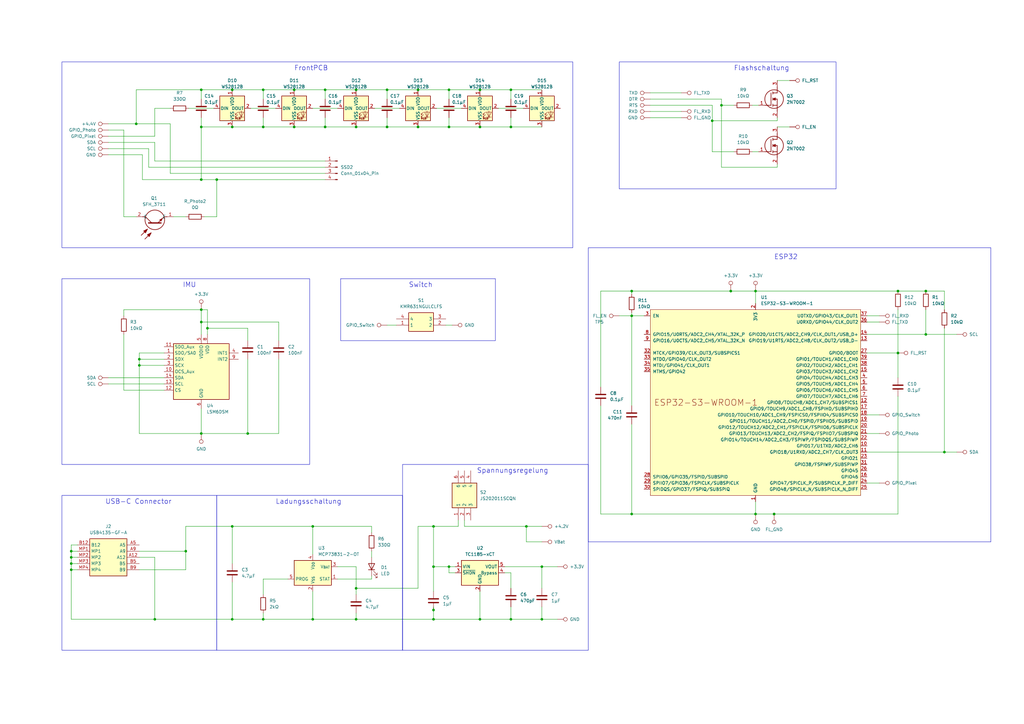
<source format=kicad_sch>
(kicad_sch (version 20230121) (generator eeschema)
  (paper "A3")
  (lib_symbols
    (symbol "2N7002:2N7002" (pin_names hide)
      (property "Reference" "Q" (at 11.43 3.81 0))
      (property "Value" "2N7002" (at 11.43 1.27 0))
      (symbol "2N7002_1_1"
        (pin passive line (at 0 0 0) (length 2.54) (name "G") (number "1"))
        (pin passive line (at 7.62 -5.08 90) (length 2.54) (name "S") (number "2"))
        (pin passive line (at 7.62 10.16 270) (length 2.54) (name "D") (number "3"))
      )
    )
    (symbol "Battery_Management:MCP73831-2-OT"
      (property "Reference" "U" (at -7.62 6.35 0))
      (property "Value" "MCP73831-2-OT" (at 1.27 6.35 0))
      (symbol "MCP73831-2-OT_1_1"
        (pin output line (at 10.16 -2.54 180) (length 2.54) (name "STAT") (number "1"))
        (pin power_in line (at 0 -7.62 90) (length 2.54) (name "V_{SS}") (number "2"))
        (pin power_out line (at 10.16 2.54 180) (length 2.54) (name "V_{BAT}") (number "3"))
        (pin power_in line (at 0 7.62 270) (length 2.54) (name "V_{DD}") (number "4"))
        (pin input line (at -10.16 -2.54 0) (length 2.54) (name "PROG") (number "5"))
      )
    )
    (symbol "Connector:Conn_01x04_Pin" (pin_names (offset 1.016) hide)
      (property "Reference" "J" (at 0 5.08 0))
      (property "Value" "Conn_01x04_Pin" (at 0 -7.62 0))
      (symbol "Conn_01x04_Pin_1_1"
        (pin passive line (at 5.08 2.54 180) (length 3.81) (name "Pin_1") (number "1"))
        (pin passive line (at 5.08 0 180) (length 3.81) (name "Pin_2") (number "2"))
        (pin passive line (at 5.08 -2.54 180) (length 3.81) (name "Pin_3") (number "3"))
        (pin passive line (at 5.08 -5.08 180) (length 3.81) (name "Pin_4") (number "4"))
      )
    )
    (symbol "Connector:TestPoint" (pin_numbers hide) (pin_names (offset 0.762) hide)
      (property "Reference" "TP" (at 0 6.858 0))
      (property "Value" "TestPoint" (at 0 5.08 0))
      (symbol "TestPoint_1_1"
        (pin passive line (at 0 0 90) (length 2.54) (name "1") (number "1"))
      )
    )
    (symbol "Device:C" (pin_numbers hide) (pin_names (offset 0.254))
      (property "Reference" "C" (at 0.635 2.54 0))
      (property "Value" "C" (at 0.635 -2.54 0))
      (symbol "C_1_1"
        (pin passive line (at 0 3.81 270) (length 2.794) (name "~") (number "1"))
        (pin passive line (at 0 -3.81 90) (length 2.794) (name "~") (number "2"))
      )
    )
    (symbol "Device:LED" (pin_numbers hide) (pin_names (offset 1.016) hide)
      (property "Reference" "D" (at 0 2.54 0))
      (property "Value" "LED" (at 0 -2.54 0))
      (symbol "LED_1_1"
        (pin passive line (at -3.81 0 0) (length 2.54) (name "K") (number "1"))
        (pin passive line (at 3.81 0 180) (length 2.54) (name "A") (number "2"))
      )
    )
    (symbol "Device:R" (pin_numbers hide) (pin_names (offset 0))
      (property "Reference" "R" (at 2.032 0 90))
      (property "Value" "R" (at 0 0 90))
      (symbol "R_1_1"
        (pin passive line (at 0 3.81 270) (length 1.27) (name "~") (number "1"))
        (pin passive line (at 0 -3.81 90) (length 1.27) (name "~") (number "2"))
      )
    )
    (symbol "JS202011SCQN:JS202011SCQN"
      (property "Reference" "S" (at 16.51 7.62 0))
      (property "Value" "JS202011SCQN" (at 16.51 5.08 0))
      (symbol "JS202011SCQN_1_1"
        (pin passive line (at 0 0 0) (length 5.08) (name "1") (number "1"))
        (pin passive line (at 0 -2.54 0) (length 5.08) (name "2") (number "2"))
        (pin passive line (at 0 -5.08 0) (length 5.08) (name "3") (number "3"))
        (pin passive line (at 20.32 -5.08 180) (length 5.08) (name "4") (number "4"))
        (pin passive line (at 20.32 -2.54 180) (length 5.08) (name "5") (number "5"))
        (pin passive line (at 20.32 0 180) (length 5.08) (name "6") (number "6"))
      )
    )
    (symbol "KMR631NGULCLFS:KMR631NGULCLFS"
      (property "Reference" "S" (at 16.51 7.62 0))
      (property "Value" "KMR631NGULCLFS" (at 16.51 5.08 0))
      (symbol "KMR631NGULCLFS_1_1"
        (pin passive line (at 0 -2.54 0) (length 5.08) (name "1") (number "1"))
        (pin passive line (at 20.32 -2.54 180) (length 5.08) (name "2") (number "2"))
        (pin passive line (at 20.32 0 180) (length 5.08) (name "3") (number "3"))
        (pin passive line (at 0 0 0) (length 5.08) (name "4") (number "4"))
      )
    )
    (symbol "LED:WS2812B" (pin_names (offset 0.254))
      (property "Reference" "D" (at 5.08 5.715 0))
      (property "Value" "WS2812B" (at 1.27 -5.715 0))
      (symbol "WS2812B_0_0"
        (text "RGB" (at 2.286 -4.191 0) (effects (font (size 0.762 0.762))))
      )
      (symbol "WS2812B_1_1"
        (pin power_in line (at 0 7.62 270) (length 2.54) (name "VDD") (number "1"))
        (pin output line (at 7.62 0 180) (length 2.54) (name "DOUT") (number "2"))
        (pin power_in line (at 0 -7.62 90) (length 2.54) (name "VSS") (number "3"))
        (pin input line (at -7.62 0 0) (length 2.54) (name "DIN") (number "4"))
      )
    )
    (symbol "PCM_Espressif:ESP32-S3-WROOM-1" (pin_names (offset 1.016))
      (property "Reference" "U" (at -43.18 43.18 0))
      (property "Value" "ESP32-S3-WROOM-1" (at -43.18 40.64 0))
      (symbol "ESP32-S3-WROOM-1_0_0"
        (text "ESP32-S3-WROOM-1" (at -20.32 0 0) (effects (font (size 2.54 2.54))))
        (pin power_in line (at 0 -40.64 90) (length 2.54) (name "GND") (number "1"))
        (pin bidirectional line (at 45.72 -17.78 180) (length 2.54) (name "GPIO17/U1TXD/ADC2_CH6") (number "10"))
        (pin bidirectional line (at 45.72 -20.32 180) (length 2.54) (name "GPIO18/U1RXD/ADC2_CH7/CLK_OUT3") (number "11"))
        (pin bidirectional line (at 45.72 0 180) (length 2.54) (name "GPIO8/TOUCH8/ADC1_CH7/SUBSPICS1") (number "12"))
        (pin bidirectional line (at 45.72 25.4 180) (length 2.54) (name "GPIO19/U1RTS/ADC2_CH8/CLK_OUT2/USB_D-") (number "13"))
        (pin bidirectional line (at 45.72 27.94 180) (length 2.54) (name "GPIO20/U1CTS/ADC2_CH9/CLK_OUT1/USB_D+") (number "14"))
        (pin bidirectional line (at 45.72 12.7 180) (length 2.54) (name "GPIO3/TOUCH3/ADC1_CH2") (number "15"))
        (pin bidirectional line (at 45.72 -30.48 180) (length 2.54) (name "GPIO46") (number "16"))
        (pin bidirectional line (at 45.72 -2.54 180) (length 2.54) (name "GPIO9/TOUCH9/ADC1_CH8/FSPIHD/SUBSPIHD") (number "17"))
        (pin bidirectional line (at 45.72 -5.08 180) (length 2.54) (name "GPIO10/TOUCH10/ADC1_CH9/FSPICS0/FSPIIO4/SUBSPICS0") (number "18"))
        (pin bidirectional line (at 45.72 -7.62 180) (length 2.54) (name "GPIO11/TOUCH11/ADC2_CH0/FSPID/FSPIIO5/SUBSPID") (number "19"))
        (pin power_in line (at 0 40.64 270) (length 2.54) (name "3V3") (number "2"))
        (pin bidirectional line (at 45.72 -10.16 180) (length 2.54) (name "GPIO12/TOUCH12/ADC2_CH1/FSPICLK/FSPIIO6/SUBSPICLK") (number "20"))
        (pin bidirectional line (at 45.72 -12.7 180) (length 2.54) (name "GPIO13/TOUCH13/ADC2_CH2/FSPIQ/FSPIIO7/SUBSPIQ") (number "21"))
        (pin bidirectional line (at 45.72 -15.24 180) (length 2.54) (name "GPIO14/TOUCH14/ADC2_CH3/FSPIWP/FSPIDQS/SUBSPIWP") (number "22"))
        (pin bidirectional line (at 45.72 -22.86 180) (length 2.54) (name "GPIO21") (number "23"))
        (pin bidirectional line (at 45.72 -33.02 180) (length 2.54) (name "GPIO47/SPICLK_P/SUBSPICLK_P_DIFF") (number "24"))
        (pin bidirectional line (at 45.72 -35.56 180) (length 2.54) (name "GPIO48/SPICLK_N/SUBSPICLK_N_DIFF") (number "25"))
        (pin bidirectional line (at 45.72 -27.94 180) (length 2.54) (name "GPIO45") (number "26"))
        (pin bidirectional line (at 45.72 20.32 180) (length 2.54) (name "GPIO0/BOOT") (number "27"))
        (pin bidirectional line (at -45.72 -30.48 0) (length 2.54) (name "SPIIO6/GPIO35/FSPID/SUBSPID") (number "28"))
        (pin bidirectional line (at -45.72 -33.02 0) (length 2.54) (name "SPIIO7/GPIO36/FSPICLK/SUBSPICLK") (number "29"))
        (pin input line (at -45.72 35.56 0) (length 2.54) (name "EN") (number "3"))
        (pin bidirectional line (at -45.72 -35.56 0) (length 2.54) (name "SPIDQS/GPIO37/FSPIQ/SUBSPIQ") (number "30"))
        (pin bidirectional line (at 45.72 -25.4 180) (length 2.54) (name "GPIO38/FSPIWP/SUBSPIWP") (number "31"))
        (pin bidirectional line (at -45.72 20.32 0) (length 2.54) (name "MTCK/GPIO39/CLK_OUT3/SUBSPICS1") (number "32"))
        (pin bidirectional line (at -45.72 17.78 0) (length 2.54) (name "MTDO/GPIO40/CLK_OUT2") (number "33"))
        (pin bidirectional line (at -45.72 15.24 0) (length 2.54) (name "MTDI/GPIO41/CLK_OUT1") (number "34"))
        (pin bidirectional line (at -45.72 12.7 0) (length 2.54) (name "MTMS/GPIO42") (number "35"))
        (pin bidirectional line (at 45.72 33.02 180) (length 2.54) (name "U0RXD/GPIO44/CLK_OUT2") (number "36"))
        (pin bidirectional line (at 45.72 35.56 180) (length 2.54) (name "U0TXD/GPIO43/CLK_OUT1") (number "37"))
        (pin bidirectional line (at 45.72 15.24 180) (length 2.54) (name "GPIO2/TOUCH2/ADC1_CH1") (number "38"))
        (pin bidirectional line (at 45.72 17.78 180) (length 2.54) (name "GPIO1/TOUCH1/ADC1_CH0") (number "39"))
        (pin bidirectional line (at 45.72 10.16 180) (length 2.54) (name "GPIO4/TOUCH4/ADC1_CH3") (number "4"))
        (pin passive line (at 0 -40.64 90) (length 2.54) hide (name "GND") (number "40"))
        (pin passive line (at 0 -40.64 90) (length 2.54) hide (name "GND") (number "41"))
        (pin bidirectional line (at 45.72 7.62 180) (length 2.54) (name "GPIO5/TOUCH5/ADC1_CH4") (number "5"))
        (pin bidirectional line (at 45.72 5.08 180) (length 2.54) (name "GPIO6/TOUCH6/ADC1_CH5") (number "6"))
        (pin bidirectional line (at 45.72 2.54 180) (length 2.54) (name "GPIO7/TOUCH7/ADC1_CH6") (number "7"))
        (pin bidirectional line (at -45.72 27.94 0) (length 2.54) (name "GPIO15/U0RTS/ADC2_CH4/XTAL_32K_P") (number "8"))
        (pin bidirectional line (at -45.72 25.4 0) (length 2.54) (name "GPIO16/U0CTS/ADC2_CH5/XTAL_32K_N") (number "9"))
      )
    )
    (symbol "Regulator_Linear:TC1185-xCT"
      (property "Reference" "U" (at -6.35 6.35 0))
      (property "Value" "TC1185-xCT" (at 0 6.35 0))
      (symbol "TC1185-xCT_1_1"
        (pin power_in line (at -10.16 2.54 0) (length 2.54) (name "VIN") (number "1"))
        (pin power_in line (at 0 -7.62 90) (length 2.54) (name "GND") (number "2"))
        (pin input line (at -10.16 0 0) (length 2.54) (name "~{SHDN}") (number "3"))
        (pin passive line (at 10.16 0 180) (length 2.54) (name "Bypass") (number "4"))
        (pin power_out line (at 10.16 2.54 180) (length 2.54) (name "VOUT") (number "5"))
      )
    )
    (symbol "SFH_3711:SFH_3711"
      (property "Reference" "Q" (at 3.81 -6.35 0))
      (property "Value" "SFH_3711" (at 3.81 -8.89 0))
      (symbol "SFH_3711_1_1"
        (pin passive line (at 0 -15.24 90) (length 2.54) (name "E") (number "1"))
        (pin passive line (at 0 0 270) (length 2.54) (name "C") (number "2"))
      )
    )
    (symbol "Sensor_Motion:LSM6DSM"
      (property "Reference" "U" (at -11.43 15.24 0))
      (property "Value" "LSM6DSM" (at -11.43 12.7 0))
      (symbol "LSM6DSM_1_1"
        (pin bidirectional line (at -15.24 7.62 0) (length 3.81) (name "SDO/SA0") (number "1"))
        (pin passive line (at -15.24 0 0) (length 3.81) (name "OCS_Aux") (number "10"))
        (pin bidirectional line (at -15.24 10.16 0) (length 3.81) (name "SDO_Aux") (number "11"))
        (pin input line (at -15.24 -7.62 0) (length 3.81) (name "CS") (number "12"))
        (pin input line (at -15.24 -5.08 0) (length 3.81) (name "SCL") (number "13"))
        (pin bidirectional line (at -15.24 -2.54 0) (length 3.81) (name "SDA") (number "14"))
        (pin bidirectional line (at -15.24 5.08 0) (length 3.81) (name "SDX") (number "2"))
        (pin input line (at -15.24 2.54 0) (length 3.81) (name "SCX") (number "3"))
        (pin output line (at 15.24 7.62 180) (length 3.81) (name "INT1") (number "4"))
        (pin power_in line (at 0 15.24 270) (length 3.81) (name "VDDIO") (number "5"))
        (pin power_in line (at 0 -15.24 90) (length 3.81) (name "GND") (number "6"))
        (pin passive line (at 0 -15.24 90) (length 3.81) hide (name "GND") (number "7"))
        (pin power_in line (at 2.54 15.24 270) (length 3.81) (name "VDD") (number "8"))
        (pin output line (at 15.24 5.08 180) (length 3.81) (name "INT2") (number "9"))
      )
    )
    (symbol "USB4135-GF-A:USB4135-GF-A"
      (property "Reference" "J" (at 21.59 7.62 0))
      (property "Value" "USB4135-GF-A" (at 21.59 5.08 0))
      (symbol "USB4135-GF-A_1_1"
        (pin passive line (at 0 -5.08 0) (length 5.08) (name "A12") (number "A12"))
        (pin passive line (at 0 0 0) (length 5.08) (name "A5") (number "A5"))
        (pin passive line (at 0 -2.54 0) (length 5.08) (name "A9") (number "A9"))
        (pin passive line (at 25.4 0 180) (length 5.08) (name "B12") (number "B12"))
        (pin passive line (at 0 -7.62 0) (length 5.08) (name "B5") (number "B5"))
        (pin passive line (at 0 -10.16 0) (length 5.08) (name "B9") (number "B9"))
        (pin passive line (at 25.4 -2.54 180) (length 5.08) (name "MP1") (number "MP1"))
        (pin passive line (at 25.4 -5.08 180) (length 5.08) (name "MP2") (number "MP2"))
        (pin passive line (at 25.4 -7.62 180) (length 5.08) (name "MP3") (number "MP3"))
        (pin passive line (at 25.4 -10.16 180) (length 5.08) (name "MP4") (number "MP4"))
      )
    )
  )
  (junction (at 128.27 254))
  (junction (at 317.5 210.82))
  (junction (at 184.15 36.83))
  (junction (at 209.55 52.07))
  (junction (at 171.45 36.83))
  (junction (at 177.8 250.19))
  (junction (at 82.55 127))
  (junction (at 120.65 52.07))
  (junction (at 209.55 254))
  (junction (at 29.21 228.6))
  (junction (at 177.8 232.41))
  (junction (at 133.35 52.07))
  (junction (at 29.21 226.06))
  (junction (at 95.25 215.9))
  (junction (at 209.55 36.83))
  (junction (at 259.08 129.54))
  (junction (at 57.15 147.32))
  (junction (at 85.09 134.62))
  (junction (at 57.15 149.86))
  (junction (at 177.8 215.9))
  (junction (at 196.85 52.07))
  (junction (at 146.05 36.83))
  (junction (at 95.25 36.83))
  (junction (at 82.55 132.08))
  (junction (at 107.95 254))
  (junction (at 295.91 43.18))
  (junction (at 259.08 119.38))
  (junction (at 133.35 36.83))
  (junction (at 368.3 144.78))
  (junction (at 196.85 254))
  (junction (at 128.27 215.9))
  (junction (at 177.8 254))
  (junction (at 146.05 254))
  (junction (at 387.35 185.42))
  (junction (at 215.9 215.9))
  (junction (at 101.6 177.8))
  (junction (at 95.25 52.07))
  (junction (at 368.3 119.38))
  (junction (at 107.95 52.07))
  (junction (at 82.55 177.8))
  (junction (at 63.5 254))
  (junction (at 146.05 52.07))
  (junction (at 82.55 36.83))
  (junction (at 55.88 50.8))
  (junction (at 107.95 36.83))
  (junction (at 184.15 52.07))
  (junction (at 379.73 137.16))
  (junction (at 158.75 52.07))
  (junction (at 82.55 73.66))
  (junction (at 184.15 232.41))
  (junction (at 222.25 232.41))
  (junction (at 379.73 119.38))
  (junction (at 299.72 119.38))
  (junction (at 196.85 36.83))
  (junction (at 82.55 52.07))
  (junction (at 146.05 241.3))
  (junction (at 95.25 254))
  (junction (at 309.88 119.38))
  (junction (at 29.21 233.68))
  (junction (at 76.2 226.06))
  (junction (at 309.88 210.82))
  (junction (at 222.25 254))
  (junction (at 88.9 73.66))
  (junction (at 259.08 210.82))
  (junction (at 292.1 49.53))
  (junction (at 171.45 52.07))
  (junction (at 158.75 36.83))
  (junction (at 29.21 231.14))
  (junction (at 120.65 36.83))
  (wire (pts (xy 44.45 58.42) (xy 63.5 58.42)))
  (wire (pts (xy 259.08 119.38) (xy 246.38 119.38)))
  (wire (pts (xy 101.6 147.32) (xy 101.6 177.8)))
  (wire (pts (xy 133.35 36.83) (xy 133.35 40.64)))
  (wire (pts (xy 57.15 149.86) (xy 57.15 177.8)))
  (wire (pts (xy 71.12 88.9) (xy 76.2 88.9)))
  (wire (pts (xy 246.38 166.37) (xy 246.38 210.82)))
  (wire (pts (xy 95.25 36.83) (xy 107.95 36.83)))
  (wire (pts (xy 146.05 52.07) (xy 133.35 52.07)))
  (wire (pts (xy 69.85 44.45) (xy 63.5 44.45)))
  (wire (pts (xy 128.27 242.57) (xy 128.27 254)))
  (wire (pts (xy 107.95 237.49) (xy 107.95 243.84)))
  (wire (pts (xy 146.05 52.07) (xy 158.75 52.07)))
  (wire (pts (xy 57.15 177.8) (xy 82.55 177.8)))
  (wire (pts (xy 295.91 68.58) (xy 318.77 68.58)))
  (wire (pts (xy 63.5 44.45) (xy 63.5 55.88)))
  (wire (pts (xy 29.21 223.52) (xy 29.21 226.06)))
  (wire (pts (xy 355.6 144.78) (xy 368.3 144.78)))
  (wire (pts (xy 222.25 232.41) (xy 228.6 232.41)))
  (wire (pts (xy 184.15 232.41) (xy 186.69 232.41)))
  (wire (pts (xy 44.45 60.96) (xy 60.96 60.96)))
  (wire (pts (xy 67.31 147.32) (xy 57.15 147.32)))
  (wire (pts (xy 355.6 177.8) (xy 360.68 177.8)))
  (wire (pts (xy 196.85 52.07) (xy 209.55 52.07)))
  (wire (pts (xy 128.27 254) (xy 146.05 254)))
  (wire (pts (xy 355.6 170.18) (xy 360.68 170.18)))
  (wire (pts (xy 184.15 234.95) (xy 184.15 232.41)))
  (wire (pts (xy 63.5 58.42) (xy 63.5 66.04)))
  (wire (pts (xy 85.09 137.16) (xy 85.09 134.62)))
  (wire (pts (xy 82.55 127) (xy 82.55 132.08)))
  (wire (pts (xy 107.95 237.49) (xy 118.11 237.49)))
  (wire (pts (xy 58.42 63.5) (xy 58.42 73.66)))
  (wire (pts (xy 177.8 250.19) (xy 177.8 254)))
  (wire (pts (xy 246.38 210.82) (xy 259.08 210.82)))
  (wire (pts (xy 186.69 234.95) (xy 184.15 234.95)))
  (wire (pts (xy 82.55 132.08) (xy 82.55 137.16)))
  (wire (pts (xy 355.6 137.16) (xy 379.73 137.16)))
  (wire (pts (xy 29.21 233.68) (xy 31.75 233.68)))
  (wire (pts (xy 190.5 213.36) (xy 190.5 215.9)))
  (wire (pts (xy 171.45 36.83) (xy 184.15 36.83)))
  (wire (pts (xy 128.27 215.9) (xy 128.27 227.33)))
  (wire (pts (xy 146.05 254) (xy 177.8 254)))
  (wire (pts (xy 317.5 210.82) (xy 309.88 210.82)))
  (wire (pts (xy 299.72 119.38) (xy 259.08 119.38)))
  (wire (pts (xy 95.25 215.9) (xy 128.27 215.9)))
  (wire (pts (xy 259.08 119.38) (xy 259.08 120.65)))
  (wire (pts (xy 182.88 133.35) (xy 185.42 133.35)))
  (wire (pts (xy 387.35 185.42) (xy 392.43 185.42)))
  (wire (pts (xy 209.55 248.92) (xy 209.55 254)))
  (wire (pts (xy 196.85 52.07) (xy 184.15 52.07)))
  (wire (pts (xy 184.15 52.07) (xy 184.15 48.26)))
  (wire (pts (xy 209.55 36.83) (xy 209.55 40.64)))
  (wire (pts (xy 177.8 232.41) (xy 184.15 232.41)))
  (wire (pts (xy 266.7 45.72) (xy 279.4 45.72)))
  (wire (pts (xy 95.25 254) (xy 95.25 238.76)))
  (wire (pts (xy 207.01 234.95) (xy 209.55 234.95)))
  (wire (pts (xy 82.55 36.83) (xy 55.88 36.83)))
  (wire (pts (xy 44.45 63.5) (xy 58.42 63.5)))
  (wire (pts (xy 101.6 134.62) (xy 85.09 134.62)))
  (wire (pts (xy 29.21 231.14) (xy 31.75 231.14)))
  (wire (pts (xy 222.25 232.41) (xy 222.25 241.3)))
  (wire (pts (xy 209.55 254) (xy 222.25 254)))
  (wire (pts (xy 60.96 68.58) (xy 133.35 68.58)))
  (wire (pts (xy 187.96 215.9) (xy 187.96 213.36)))
  (wire (pts (xy 146.05 251.46) (xy 146.05 254)))
  (wire (pts (xy 133.35 71.12) (xy 69.85 71.12)))
  (wire (pts (xy 57.15 147.32) (xy 57.15 149.86)))
  (wire (pts (xy 120.65 52.07) (xy 133.35 52.07)))
  (wire (pts (xy 63.5 254) (xy 95.25 254)))
  (wire (pts (xy 292.1 49.53) (xy 292.1 62.23)))
  (wire (pts (xy 82.55 36.83) (xy 82.55 40.64)))
  (wire (pts (xy 295.91 43.18) (xy 300.99 43.18)))
  (wire (pts (xy 259.08 129.54) (xy 264.16 129.54)))
  (wire (pts (xy 82.55 52.07) (xy 82.55 48.26)))
  (wire (pts (xy 266.7 48.26) (xy 279.4 48.26)))
  (wire (pts (xy 69.85 71.12) (xy 69.85 50.8)))
  (wire (pts (xy 266.7 40.64) (xy 295.91 40.64)))
  (wire (pts (xy 158.75 52.07) (xy 158.75 48.26)))
  (wire (pts (xy 259.08 128.27) (xy 259.08 129.54)))
  (wire (pts (xy 57.15 149.86) (xy 67.31 149.86)))
  (wire (pts (xy 58.42 73.66) (xy 82.55 73.66)))
  (wire (pts (xy 63.5 55.88) (xy 44.45 55.88)))
  (wire (pts (xy 246.38 119.38) (xy 246.38 158.75)))
  (wire (pts (xy 29.21 254) (xy 63.5 254)))
  (wire (pts (xy 29.21 228.6) (xy 31.75 228.6)))
  (wire (pts (xy 295.91 43.18) (xy 295.91 68.58)))
  (wire (pts (xy 222.25 254) (xy 228.6 254)))
  (wire (pts (xy 114.3 139.7) (xy 114.3 132.08)))
  (wire (pts (xy 63.5 66.04) (xy 133.35 66.04)))
  (wire (pts (xy 67.31 144.78) (xy 57.15 144.78)))
  (wire (pts (xy 215.9 222.25) (xy 215.9 215.9)))
  (wire (pts (xy 152.4 237.49) (xy 152.4 236.22)))
  (wire (pts (xy 44.45 154.94) (xy 67.31 154.94)))
  (wire (pts (xy 368.3 210.82) (xy 317.5 210.82)))
  (wire (pts (xy 88.9 73.66) (xy 133.35 73.66)))
  (wire (pts (xy 50.8 88.9) (xy 55.88 88.9)))
  (wire (pts (xy 387.35 127) (xy 387.35 119.38)))
  (wire (pts (xy 50.8 129.54) (xy 50.8 127)))
  (wire (pts (xy 120.65 36.83) (xy 133.35 36.83)))
  (wire (pts (xy 222.25 248.92) (xy 222.25 254)))
  (wire (pts (xy 57.15 233.68) (xy 76.2 233.68)))
  (wire (pts (xy 55.88 50.8) (xy 44.45 50.8)))
  (wire (pts (xy 196.85 36.83) (xy 184.15 36.83)))
  (wire (pts (xy 207.01 232.41) (xy 222.25 232.41)))
  (wire (pts (xy 204.47 44.45) (xy 214.63 44.45)))
  (wire (pts (xy 50.8 137.16) (xy 50.8 160.02)))
  (wire (pts (xy 57.15 144.78) (xy 57.15 147.32)))
  (wire (pts (xy 152.4 226.06) (xy 152.4 228.6)))
  (wire (pts (xy 107.95 254) (xy 128.27 254)))
  (wire (pts (xy 171.45 215.9) (xy 177.8 215.9)))
  (wire (pts (xy 368.3 162.56) (xy 368.3 210.82)))
  (wire (pts (xy 120.65 36.83) (xy 107.95 36.83)))
  (wire (pts (xy 387.35 134.62) (xy 387.35 185.42)))
  (wire (pts (xy 259.08 173.99) (xy 259.08 210.82)))
  (wire (pts (xy 254 129.54) (xy 259.08 129.54)))
  (wire (pts (xy 57.15 226.06) (xy 76.2 226.06)))
  (wire (pts (xy 177.8 215.9) (xy 177.8 232.41)))
  (wire (pts (xy 209.55 52.07) (xy 209.55 48.26)))
  (wire (pts (xy 55.88 36.83) (xy 55.88 50.8)))
  (wire (pts (xy 152.4 215.9) (xy 152.4 218.44)))
  (wire (pts (xy 133.35 52.07) (xy 133.35 48.26)))
  (wire (pts (xy 190.5 215.9) (xy 215.9 215.9)))
  (wire (pts (xy 171.45 52.07) (xy 184.15 52.07)))
  (wire (pts (xy 379.73 137.16) (xy 392.43 137.16)))
  (wire (pts (xy 368.3 119.38) (xy 379.73 119.38)))
  (wire (pts (xy 107.95 52.07) (xy 107.95 48.26)))
  (wire (pts (xy 88.9 73.66) (xy 88.9 88.9)))
  (wire (pts (xy 128.27 215.9) (xy 152.4 215.9)))
  (wire (pts (xy 259.08 210.82) (xy 309.88 210.82)))
  (wire (pts (xy 50.8 160.02) (xy 67.31 160.02)))
  (wire (pts (xy 138.43 232.41) (xy 146.05 232.41)))
  (wire (pts (xy 57.15 228.6) (xy 63.5 228.6)))
  (wire (pts (xy 292.1 49.53) (xy 318.77 49.53)))
  (wire (pts (xy 76.2 226.06) (xy 76.2 233.68)))
  (wire (pts (xy 95.25 254) (xy 107.95 254)))
  (wire (pts (xy 222.25 222.25) (xy 215.9 222.25)))
  (wire (pts (xy 60.96 60.96) (xy 60.96 68.58)))
  (wire (pts (xy 101.6 177.8) (xy 82.55 177.8)))
  (wire (pts (xy 95.25 52.07) (xy 107.95 52.07)))
  (wire (pts (xy 146.05 36.83) (xy 133.35 36.83)))
  (wire (pts (xy 368.3 127) (xy 368.3 144.78)))
  (wire (pts (xy 158.75 133.35) (xy 162.56 133.35)))
  (wire (pts (xy 114.3 147.32) (xy 114.3 177.8)))
  (wire (pts (xy 82.55 167.64) (xy 82.55 177.8)))
  (wire (pts (xy 309.88 119.38) (xy 368.3 119.38)))
  (wire (pts (xy 107.95 36.83) (xy 107.95 40.64)))
  (wire (pts (xy 146.05 241.3) (xy 171.45 241.3)))
  (wire (pts (xy 387.35 119.38) (xy 379.73 119.38)))
  (wire (pts (xy 177.8 232.41) (xy 177.8 242.57)))
  (wire (pts (xy 146.05 241.3) (xy 146.05 243.84)))
  (wire (pts (xy 85.09 134.62) (xy 85.09 127)))
  (wire (pts (xy 29.21 231.14) (xy 29.21 233.68)))
  (wire (pts (xy 295.91 40.64) (xy 295.91 43.18)))
  (wire (pts (xy 50.8 127) (xy 82.55 127)))
  (wire (pts (xy 308.61 62.23) (xy 311.15 62.23)))
  (wire (pts (xy 95.25 52.07) (xy 82.55 52.07)))
  (wire (pts (xy 171.45 36.83) (xy 158.75 36.83)))
  (wire (pts (xy 101.6 139.7) (xy 101.6 134.62)))
  (wire (pts (xy 114.3 177.8) (xy 101.6 177.8)))
  (wire (pts (xy 29.21 233.68) (xy 29.21 254)))
  (wire (pts (xy 152.4 237.49) (xy 138.43 237.49)))
  (wire (pts (xy 44.45 53.34) (xy 50.8 53.34)))
  (wire (pts (xy 266.7 38.1) (xy 279.4 38.1)))
  (wire (pts (xy 259.08 129.54) (xy 259.08 166.37)))
  (wire (pts (xy 222.25 52.07) (xy 209.55 52.07)))
  (wire (pts (xy 50.8 53.34) (xy 50.8 88.9)))
  (wire (pts (xy 184.15 36.83) (xy 184.15 40.64)))
  (wire (pts (xy 300.99 62.23) (xy 292.1 62.23)))
  (wire (pts (xy 215.9 215.9) (xy 222.25 215.9)))
  (wire (pts (xy 120.65 52.07) (xy 107.95 52.07)))
  (wire (pts (xy 29.21 226.06) (xy 29.21 228.6)))
  (wire (pts (xy 153.67 44.45) (xy 163.83 44.45)))
  (wire (pts (xy 309.88 210.82) (xy 309.88 205.74)))
  (wire (pts (xy 318.77 67.31) (xy 318.77 68.58)))
  (wire (pts (xy 95.25 36.83) (xy 82.55 36.83)))
  (wire (pts (xy 29.21 226.06) (xy 31.75 226.06)))
  (wire (pts (xy 95.25 215.9) (xy 95.25 231.14)))
  (wire (pts (xy 177.8 215.9) (xy 187.96 215.9)))
  (wire (pts (xy 209.55 234.95) (xy 209.55 241.3)))
  (wire (pts (xy 379.73 127) (xy 379.73 137.16)))
  (wire (pts (xy 31.75 223.52) (xy 29.21 223.52)))
  (wire (pts (xy 76.2 215.9) (xy 95.25 215.9)))
  (wire (pts (xy 309.88 124.46) (xy 309.88 119.38)))
  (wire (pts (xy 114.3 132.08) (xy 82.55 132.08)))
  (wire (pts (xy 318.77 48.26) (xy 318.77 49.53)))
  (wire (pts (xy 128.27 44.45) (xy 138.43 44.45)))
  (wire (pts (xy 63.5 228.6) (xy 63.5 254)))
  (wire (pts (xy 102.87 44.45) (xy 113.03 44.45)))
  (wire (pts (xy 44.45 157.48) (xy 67.31 157.48)))
  (wire (pts (xy 308.61 43.18) (xy 311.15 43.18)))
  (wire (pts (xy 83.82 88.9) (xy 88.9 88.9)))
  (wire (pts (xy 196.85 242.57) (xy 196.85 254)))
  (wire (pts (xy 171.45 52.07) (xy 158.75 52.07)))
  (wire (pts (xy 76.2 215.9) (xy 76.2 226.06)))
  (wire (pts (xy 309.88 119.38) (xy 299.72 119.38)))
  (wire (pts (xy 196.85 254) (xy 209.55 254)))
  (wire (pts (xy 222.25 36.83) (xy 209.55 36.83)))
  (wire (pts (xy 292.1 43.18) (xy 292.1 49.53)))
  (wire (pts (xy 29.21 228.6) (xy 29.21 231.14)))
  (wire (pts (xy 82.55 52.07) (xy 82.55 73.66)))
  (wire (pts (xy 177.8 248.92) (xy 177.8 250.19)))
  (wire (pts (xy 77.47 44.45) (xy 87.63 44.45)))
  (wire (pts (xy 355.6 132.08) (xy 360.68 132.08)))
  (wire (pts (xy 196.85 36.83) (xy 209.55 36.83)))
  (wire (pts (xy 355.6 129.54) (xy 360.68 129.54)))
  (wire (pts (xy 82.55 73.66) (xy 88.9 73.66)))
  (wire (pts (xy 355.6 198.12) (xy 360.68 198.12)))
  (wire (pts (xy 69.85 50.8) (xy 55.88 50.8)))
  (wire (pts (xy 266.7 43.18) (xy 292.1 43.18)))
  (wire (pts (xy 146.05 232.41) (xy 146.05 241.3)))
  (wire (pts (xy 177.8 254) (xy 196.85 254)))
  (wire (pts (xy 146.05 36.83) (xy 158.75 36.83)))
  (wire (pts (xy 355.6 185.42) (xy 387.35 185.42)))
  (wire (pts (xy 85.09 127) (xy 82.55 127)))
  (wire (pts (xy 171.45 241.3) (xy 171.45 215.9)))
  (wire (pts (xy 107.95 251.46) (xy 107.95 254)))
  (wire (pts (xy 158.75 36.83) (xy 158.75 40.64)))
  (wire (pts (xy 179.07 44.45) (xy 189.23 44.45)))
  (wire (pts (xy 318.77 33.02) (xy 323.85 33.02)))
  (wire (pts (xy 318.77 52.07) (xy 323.85 52.07)))
  (wire (pts (xy 368.3 144.78) (xy 368.3 154.94)))
  (rectangle (start 254 25.4) (end 342.9 77.47))
  (rectangle (start 25.4 25.4) (end 234.95 101.6))
  (rectangle (start 25.4 203.2) (end 88.9 266.7))
  (rectangle (start 25.4 114.3) (end 127 190.5))
  (rectangle (start 241.3 101.6) (end 406.4 222.25))
  (rectangle (start 139.7 114.3) (end 203.2 139.7))
  (rectangle (start 165.1 190.5) (end 241.3 266.7))
  (rectangle (start 88.9 203.2) (end 165.1 266.7))
  (text "Ladungsschaltung" (at 113.03 207.01 0) (effects (font (size 2 2)) (justify left bottom)))
  (text "IMU\n" (at 74.93 118.11 0) (effects (font (size 2 2)) (justify left bottom)))
  (text "FrontPCB" (at 120.65 29.21 0) (effects (font (size 2 2)) (justify left bottom)))
  (text "USB-C Connector" (at 43.18 207.01 0) (effects (font (size 2 2)) (justify left bottom)))
  (text "Switch" (at 167.64 118.11 0) (effects (font (size 2 2)) (justify left bottom)))
  (text "Spannungsregelung\n" (at 195.58 194.31 0) (effects (font (size 2 2)) (justify left bottom)))
  (text "ESP32" (at 317.5 106.68 0) (effects (font (size 2 2)) (justify left bottom)))
  (text "Flashschaltung" (at 300.99 29.21 0) (effects (font (size 2 2)) (justify left bottom)))
  (symbol (lib_id "Connector:Conn_01x04_Pin") (at 138.43 68.58 0) (mirror y) (unit 1)
    (property "Reference" "SSD2" (at 139.7 68.58 0) (effects (justify right)))
    (property "Value" "Conn_01x04_Pin" (at 139.7 71.12 0) (effects (justify right)))
    (property "Footprint" "Connector_PinHeader_2.54mm:PinHeader_1x04_P2.54mm_Vertical_SMD_Pin1Left" (effects hide))
  )
  (symbol (lib_id "Device:C") (at 133.35 44.45 0) (unit 1)
    (property "Reference" "C16" (at 134.62 39.37 0) (effects (justify left)))
    (property "Value" "0.1µF" (at 134.62 41.91 0) (effects (justify left)))
    (property "Footprint" "Capacitor_SMD:C_0805_2012Metric" (effects hide))
  )
  (symbol (lib_id "Connector:TestPoint") (at 299.72 119.38 0) (unit 1)
    (property "Reference" "TP39" (effects hide))
    (property "Value" "+3.3V" (at 299.72 113.03 0))
    (property "Footprint" "TestPoint:TestPoint_Pad_2.0x2.0mm" (effects hide))
  )
  (symbol (lib_id "Connector:TestPoint") (at 185.42 133.35 270) (mirror x) (unit 1)
    (property "Reference" "TP28" (effects hide))
    (property "Value" "GND" (at 190.5 133.35 90) (effects (justify left)))
    (property "Footprint" "TestPoint:TestPoint_Pad_2.0x2.0mm" (effects hide))
  )
  (symbol (lib_id "Device:R") (at 368.3 123.19 180) (unit 1)
    (property "Reference" "R12" (at 370.84 121.92 0) (effects (justify right)))
    (property "Value" "10kΩ" (at 370.84 124.46 0) (effects (justify right)))
    (property "Footprint" "Resistor_SMD:R_0805_2012Metric" (effects hide))
  )
  (symbol (lib_id "Connector:TestPoint") (at 82.55 177.8 180) (unit 1)
    (property "Reference" "TP27" (effects hide))
    (property "Value" "GND" (at 82.55 184.15 0))
    (property "Footprint" "TestPoint:TestPoint_Pad_2.0x2.0mm" (effects hide))
  )
  (symbol (lib_id "Connector:TestPoint") (at 266.7 48.26 90) (unit 1)
    (property "Reference" "TP12" (effects hide))
    (property "Value" "GND" (at 261.62 48.26 90) (effects (justify left)))
    (property "Footprint" "TestPoint:TestPoint_Pad_2.0x2.0mm" (effects hide))
  )
  (symbol (lib_id "Connector:TestPoint") (at 392.43 137.16 270) (unit 1)
    (property "Reference" "TP22" (effects hide))
    (property "Value" "SCL" (at 397.51 137.16 90) (effects (justify left)))
    (property "Footprint" "TestPoint:TestPoint_Pad_2.0x2.0mm" (effects hide))
  )
  (symbol (lib_id "Connector:TestPoint") (at 360.68 170.18 270) (unit 1)
    (property "Reference" "TP30" (effects hide))
    (property "Value" "GPIO_Switch" (at 365.76 170.18 90) (effects (justify left)))
    (property "Footprint" "TestPoint:TestPoint_Pad_2.0x2.0mm" (effects hide))
  )
  (symbol (lib_id "Device:C") (at 184.15 44.45 0) (unit 1)
    (property "Reference" "C18" (at 185.42 39.37 0) (effects (justify left)))
    (property "Value" "0.1µF" (at 185.42 41.91 0) (effects (justify left)))
    (property "Footprint" "Capacitor_SMD:C_0805_2012Metric" (effects hide))
  )
  (symbol (lib_id "Device:C") (at 368.3 158.75 0) (unit 1)
    (property "Reference" "C10" (at 372.11 157.48 0) (effects (justify left)))
    (property "Value" "0.1µF" (at 372.11 160.02 0) (effects (justify left)))
    (property "Footprint" "Capacitor_SMD:C_0805_2012Metric" (effects hide))
  )
  (symbol (lib_id "Device:R") (at 73.66 44.45 90) (unit 1)
    (property "Reference" "R7" (at 73.66 38.1 90))
    (property "Value" "330Ω" (at 73.66 40.64 90))
    (property "Footprint" "Resistor_SMD:R_0805_2012Metric" (effects hide))
  )
  (symbol (lib_id "Connector:TestPoint") (at 360.68 132.08 270) (unit 1)
    (property "Reference" "TP3" (effects hide))
    (property "Value" "FL_TXD" (at 365.76 132.08 90) (effects (justify left)))
    (property "Footprint" "TestPoint:TestPoint_Pad_2.0x2.0mm" (effects hide))
  )
  (symbol (lib_id "LED:WS2812B") (at 222.25 44.45 0) (unit 1)
    (property "Reference" "D15" (at 222.25 33.02 0))
    (property "Value" "WS2812B" (at 222.25 35.56 0))
    (property "Footprint" "LED_SMD:LED_WS2812B_PLCC4_5.0x5.0mm_P3.2mm" (effects hide))
    (property "Datasheet" "https://cdn-shop.adafruit.com/datasheets/WS2812B.pdf" (effects hide))
  )
  (symbol (lib_id "Connector:TestPoint") (at 323.85 33.02 270) (unit 1)
    (property "Reference" "TP17" (effects hide))
    (property "Value" "FL_RST" (at 328.93 33.02 90) (effects (justify left)))
    (property "Footprint" "TestPoint:TestPoint_Pad_2.0x2.0mm" (effects hide))
  )
  (symbol (lib_id "Connector:TestPoint") (at 279.4 48.26 270) (mirror x) (unit 1)
    (property "Reference" "TP13" (effects hide))
    (property "Value" "FL_GND" (at 284.48 48.26 90) (effects (justify left)))
    (property "Footprint" "TestPoint:TestPoint_Pad_2.0x2.0mm" (effects hide))
  )
  (symbol (lib_id "KMR631NGULCLFS:KMR631NGULCLFS") (at 162.56 130.81 0) (unit 1)
    (property "Reference" "S1" (at 172.72 123.19 0))
    (property "Value" "KMR631NGULCLFS" (at 172.72 125.73 0))
    (property "Footprint" "KMR621NG" (effects hide))
    (property "Datasheet" "https://www.ckswitches.com/media/1907/kmr6.pdf" (effects hide))
    (property "Mouser Part Number" "611-KMR631NGULCLFS" (effects hide))
    (property "Mouser Price/Stock" "https://www.mouser.co.uk/ProductDetail/CK/KMR631NGULCLFS?qs=HXFqYaX1Q2xBA5gT0%2FzYzA%3D%3D" (effects hide))
    (property "Manufacturer_Name" "C & K COMPONENTS" (effects hide))
    (property "Manufacturer_Part_Number" "KMR631NGULCLFS" (effects hide))
  )
  (symbol (lib_id "Connector:TestPoint") (at 360.68 198.12 270) (mirror x) (unit 1)
    (property "Reference" "TP38" (effects hide))
    (property "Value" "GPIO_Pixel" (at 365.76 198.12 90) (effects (justify left)))
    (property "Footprint" "TestPoint:TestPoint_Pad_2.0x2.0mm" (effects hide))
  )
  (symbol (lib_id "Device:C") (at 107.95 44.45 0) (unit 1)
    (property "Reference" "C15" (at 109.22 39.37 0) (effects (justify left)))
    (property "Value" "0.1µF" (at 109.22 41.91 0) (effects (justify left)))
    (property "Footprint" "Capacitor_SMD:C_0805_2012Metric" (effects hide))
  )
  (symbol (lib_id "Device:C") (at 209.55 44.45 0) (unit 1)
    (property "Reference" "C19" (at 210.82 39.37 0) (effects (justify left)))
    (property "Value" "0.1µF" (at 210.82 41.91 0) (effects (justify left)))
    (property "Footprint" "Capacitor_SMD:C_0805_2012Metric" (effects hide))
  )
  (symbol (lib_id "Connector:TestPoint") (at 222.25 215.9 270) (unit 1)
    (property "Reference" "TP18" (effects hide))
    (property "Value" "+4.2V" (at 227.33 215.9 90) (effects (justify left)))
    (property "Footprint" "TestPoint:TestPoint_Pad_2.0x2.0mm" (effects hide))
  )
  (symbol (lib_id "Device:C") (at 209.55 245.11 0) (unit 1)
    (property "Reference" "C6" (at 213.36 243.84 0) (effects (justify left)))
    (property "Value" "470pF" (at 213.36 246.38 0) (effects (justify left)))
    (property "Footprint" "Capacitor_SMD:C_0805_2012Metric" (effects hide))
  )
  (symbol (lib_id "PCM_Espressif:ESP32-S3-WROOM-1") (at 309.88 165.1 0) (unit 1)
    (property "Reference" "U1" (at 312.0741 121.92 0) (effects (justify left)))
    (property "Value" "ESP32-S3-WROOM-1" (at 312.0741 124.46 0) (effects (justify left)))
    (property "Footprint" "PCM_Espressif:ESP32-S3-WROOM-1" (effects hide))
    (property "Datasheet" "https://www.espressif.com/sites/default/files/documentation/esp32-s3-wroom-1_wroom-1u_datasheet_en.pdf" (effects hide))
  )
  (symbol (lib_id "Connector:TestPoint") (at 44.45 60.96 90) (mirror x) (unit 1)
    (property "Reference" "TP35" (effects hide))
    (property "Value" "SCL" (at 39.37 60.96 90) (effects (justify left)))
    (property "Footprint" "TestPoint:TestPoint_Pad_2.0x2.0mm" (effects hide))
  )
  (symbol (lib_id "Device:R") (at 379.73 123.19 180) (unit 1)
    (property "Reference" "R1" (at 382.27 121.92 0) (effects (justify right)))
    (property "Value" "10kΩ" (at 382.27 124.46 0) (effects (justify right)))
    (property "Footprint" "Resistor_SMD:R_0805_2012Metric" (effects hide))
  )
  (symbol (lib_id "Device:R") (at 50.8 133.35 180) (unit 1)
    (property "Reference" "R3" (at 53.34 132.08 0) (effects (justify right)))
    (property "Value" "10kΩ" (at 53.34 134.62 0) (effects (justify right)))
    (property "Footprint" "Resistor_SMD:R_0805_2012Metric" (effects hide))
  )
  (symbol (lib_id "Device:C") (at 177.8 246.38 0) (unit 1)
    (property "Reference" "C5" (at 181.61 245.11 0) (effects (justify left)))
    (property "Value" "1µF" (at 181.61 247.65 0) (effects (justify left)))
    (property "Footprint" "Capacitor_SMD:C_0805_2012Metric" (effects hide))
  )
  (symbol (lib_id "Connector:TestPoint") (at 254 129.54 90) (unit 1)
    (property "Reference" "TP5" (at 247.65 132.08 90) (effects (justify left)))
    (property "Value" "FL_EN" (at 248.92 129.54 90) (effects (justify left)))
    (property "Footprint" "TestPoint:TestPoint_Pad_2.0x2.0mm" (effects hide))
  )
  (symbol (lib_id "Device:C") (at 146.05 247.65 0) (unit 1)
    (property "Reference" "C4" (at 149.86 246.38 0) (effects (justify left)))
    (property "Value" "4.7µF" (at 149.86 248.92 0) (effects (justify left)))
    (property "Footprint" "Capacitor_SMD:C_0805_2012Metric" (effects hide))
  )
  (symbol (lib_id "Device:C") (at 114.3 143.51 0) (unit 1)
    (property "Reference" "C2" (at 118.11 142.24 0) (effects (justify left)))
    (property "Value" "100nF" (at 118.11 144.78 0) (effects (justify left)))
    (property "Footprint" "Capacitor_SMD:C_0805_2012Metric" (effects hide))
  )
  (symbol (lib_id "Connector:TestPoint") (at 44.45 157.48 90) (mirror x) (unit 1)
    (property "Reference" "TP24" (effects hide))
    (property "Value" "SCL" (at 39.37 157.48 90) (effects (justify left)))
    (property "Footprint" "TestPoint:TestPoint_Pad_2.0x2.0mm" (effects hide))
  )
  (symbol (lib_id "Connector:TestPoint") (at 158.75 133.35 90) (unit 1)
    (property "Reference" "TP29" (effects hide))
    (property "Value" "GPIO_Switch" (at 153.67 133.35 90) (effects (justify left)))
    (property "Footprint" "TestPoint:TestPoint_Pad_2.0x2.0mm" (effects hide))
  )
  (symbol (lib_id "Connector:TestPoint") (at 44.45 154.94 90) (mirror x) (unit 1)
    (property "Reference" "TP25" (effects hide))
    (property "Value" "SDA" (at 39.37 154.94 90) (effects (justify left)))
    (property "Footprint" "TestPoint:TestPoint_Pad_2.0x2.0mm" (effects hide))
  )
  (symbol (lib_id "Device:C") (at 95.25 234.95 0) (unit 1)
    (property "Reference" "C3" (at 99.06 233.68 0) (effects (justify left)))
    (property "Value" "4.7µF" (at 99.06 236.22 0) (effects (justify left)))
    (property "Footprint" "Capacitor_SMD:C_0805_2012Metric" (effects hide))
  )
  (symbol (lib_id "Device:R") (at 304.8 43.18 90) (unit 1)
    (property "Reference" "R9" (at 304.8 36.83 90))
    (property "Value" "10kΩ" (at 304.8 39.37 90))
    (property "Footprint" "Resistor_SMD:R_0805_2012Metric" (effects hide))
  )
  (symbol (lib_id "Device:R") (at 304.8 62.23 90) (unit 1)
    (property "Reference" "R10" (at 304.8 55.88 90))
    (property "Value" "10kΩ" (at 304.8 58.42 90))
    (property "Footprint" "Resistor_SMD:R_0805_2012Metric" (effects hide))
  )
  (symbol (lib_id "Connector:TestPoint") (at 279.4 38.1 270) (unit 1)
    (property "Reference" "TP16" (effects hide))
    (property "Value" "FL_TXD" (at 284.48 38.1 90) (effects (justify left)))
    (property "Footprint" "TestPoint:TestPoint_Pad_2.0x2.0mm" (effects hide))
  )
  (symbol (lib_id "Device:C") (at 246.38 162.56 0) (unit 1)
    (property "Reference" "C8" (at 250.19 161.29 0) (effects (justify left)))
    (property "Value" "0.1µF" (at 250.19 163.83 0) (effects (justify left)))
    (property "Footprint" "Capacitor_SMD:C_0805_2012Metric" (effects hide))
  )
  (symbol (lib_id "Connector:TestPoint") (at 317.5 210.82 180) (unit 1)
    (property "Reference" "TP7" (effects hide))
    (property "Value" "FL_GND" (at 317.5 217.17 0))
    (property "Footprint" "TestPoint:TestPoint_Pad_2.0x2.0mm" (effects hide))
  )
  (symbol (lib_id "Connector:TestPoint") (at 228.6 232.41 270) (unit 1)
    (property "Reference" "TP20" (effects hide))
    (property "Value" "+3.3V" (at 233.68 232.41 90) (effects (justify left)))
    (property "Footprint" "TestPoint:TestPoint_Pad_2.0x2.0mm" (effects hide))
  )
  (symbol (lib_id "Device:R") (at 259.08 124.46 180) (unit 1)
    (property "Reference" "R11" (at 261.62 123.19 0) (effects (justify right)))
    (property "Value" "10kΩ" (at 261.62 125.73 0) (effects (justify right)))
    (property "Footprint" "Resistor_SMD:R_0805_2012Metric" (effects hide))
  )
  (symbol (lib_id "Connector:TestPoint") (at 309.88 119.38 0) (unit 1)
    (property "Reference" "TP1" (effects hide))
    (property "Value" "+3.3V" (at 309.88 113.03 0))
    (property "Footprint" "TestPoint:TestPoint_Pad_2.0x2.0mm" (effects hide))
  )
  (symbol (lib_id "JS202011SCQN:JS202011SCQN") (at 187.96 213.36 90) (unit 1)
    (property "Reference" "S2" (at 196.85 201.93 90) (effects (justify right)))
    (property "Value" "JS202011SCQN" (at 196.85 204.47 90) (effects (justify right)))
    (property "Footprint" "JS202011SCQN" (effects hide))
    (property "Datasheet" "https://www.ckswitches.com/media/1422/js.pdf" (effects hide))
    (property "Height" "5.5" (effects hide))
    (property "Mouser Part Number" "611-JS202011SCQN" (effects hide))
    (property "Mouser Price/Stock" "https://www.mouser.co.uk/ProductDetail/CK/JS202011SCQN?qs=LgMIjt8LuD95JYWxZ7NvZA%3D%3D" (effects hide))
    (property "Manufacturer_Name" "C & K COMPONENTS" (effects hide))
    (property "Manufacturer_Part_Number" "JS202011SCQN" (effects hide))
  )
  (symbol (lib_id "Connector:TestPoint") (at 266.7 40.64 90) (unit 1)
    (property "Reference" "TP9" (effects hide))
    (property "Value" "DTR" (at 261.62 40.64 90) (effects (justify left)))
    (property "Footprint" "TestPoint:TestPoint_Pad_2.0x2.0mm" (effects hide))
  )
  (symbol (lib_id "Connector:TestPoint") (at 392.43 185.42 270) (unit 1)
    (property "Reference" "TP23" (effects hide))
    (property "Value" "SDA" (at 397.51 185.42 90) (effects (justify left)))
    (property "Footprint" "TestPoint:TestPoint_Pad_2.0x2.0mm" (effects hide))
  )
  (symbol (lib_id "Device:C") (at 222.25 245.11 0) (unit 1)
    (property "Reference" "C7" (at 226.06 243.84 0) (effects (justify left)))
    (property "Value" "1µF" (at 226.06 246.38 0) (effects (justify left)))
    (property "Footprint" "Capacitor_SMD:C_0805_2012Metric" (effects hide))
  )
  (symbol (lib_id "LED:WS2812B") (at 95.25 44.45 0) (unit 1)
    (property "Reference" "D10" (at 95.25 33.02 0))
    (property "Value" "WS2812B" (at 95.25 35.56 0))
    (property "Footprint" "LED_SMD:LED_WS2812B_PLCC4_5.0x5.0mm_P3.2mm" (effects hide))
    (property "Datasheet" "https://cdn-shop.adafruit.com/datasheets/WS2812B.pdf" (effects hide))
  )
  (symbol (lib_id "Device:R") (at 107.95 247.65 0) (unit 1)
    (property "Reference" "R5" (at 110.49 246.38 0) (effects (justify left)))
    (property "Value" "2kΩ" (at 110.49 248.92 0) (effects (justify left)))
    (property "Footprint" "Resistor_SMD:R_0805_2012Metric" (effects hide))
  )
  (symbol (lib_id "Connector:TestPoint") (at 266.7 38.1 90) (unit 1)
    (property "Reference" "TP8" (effects hide))
    (property "Value" "TXD" (at 261.62 38.1 90) (effects (justify left)))
    (property "Footprint" "TestPoint:TestPoint_Pad_2.0x2.0mm" (effects hide))
  )
  (symbol (lib_id "Device:R") (at 152.4 222.25 0) (unit 1)
    (property "Reference" "R6" (at 154.94 220.98 0) (effects (justify left)))
    (property "Value" "330Ω" (at 154.94 223.52 0) (effects (justify left)))
    (property "Footprint" "Resistor_SMD:R_0805_2012Metric" (effects hide))
  )
  (symbol (lib_id "Device:C") (at 259.08 170.18 0) (mirror y) (unit 1)
    (property "Reference" "C11" (at 255.27 168.91 0) (effects (justify left)))
    (property "Value" "470nF" (at 255.27 171.45 0) (effects (justify left)))
    (property "Footprint" "Capacitor_SMD:C_0805_2012Metric" (effects hide))
  )
  (symbol (lib_id "LED:WS2812B") (at 171.45 44.45 0) (unit 1)
    (property "Reference" "D13" (at 171.45 33.02 0))
    (property "Value" "WS2812B" (at 171.45 35.56 0))
    (property "Footprint" "LED_SMD:LED_WS2812B_PLCC4_5.0x5.0mm_P3.2mm" (effects hide))
    (property "Datasheet" "https://cdn-shop.adafruit.com/datasheets/WS2812B.pdf" (effects hide))
  )
  (symbol (lib_id "Sensor_Motion:LSM6DSM") (at 82.55 152.4 0) (unit 1)
    (property "Reference" "U4" (at 84.7441 166.37 0) (effects (justify left)))
    (property "Value" "LSM6DSM" (at 84.7441 168.91 0) (effects (justify left)))
    (property "Footprint" "Package_LGA:LGA-14_3x2.5mm_P0.5mm_LayoutBorder3x4y" (effects hide))
    (property "Datasheet" "https://www.st.com/resource/en/datasheet/lsm6dsm.pdf" (effects hide))
  )
  (symbol (lib_id "2N7002:2N7002") (at 311.15 62.23 0) (unit 1)
    (property "Reference" "Q2" (at 322.58 58.42 0) (effects (justify left)))
    (property "Value" "2N7002" (at 322.58 60.96 0) (effects (justify left)))
    (property "Footprint" "SOT96P240X120-3N" (effects hide))
    (property "Datasheet" "https://www.onsemi.com/pub/Collateral/NDS7002A-D.PDF" (effects hide))
    (property "Height" "1.2" (effects hide))
    (property "Mouser Part Number" "512-2N7002" (effects hide))
    (property "Mouser Price/Stock" "https://www.mouser.co.uk/ProductDetail/onsemi-Fairchild/2N7002?qs=0dwsXDNhqlz66WJJhrTFjQ%3D%3D" (effects hide))
    (property "Manufacturer_Name" "onsemi" (effects hide))
    (property "Manufacturer_Part_Number" "2N7002" (effects hide))
  )
  (symbol (lib_id "Connector:TestPoint") (at 44.45 63.5 90) (mirror x) (unit 1)
    (property "Reference" "TP32" (effects hide))
    (property "Value" "GND" (at 39.37 63.5 90) (effects (justify left)))
    (property "Footprint" "TestPoint:TestPoint_Pad_2.0x2.0mm" (effects hide))
  )
  (symbol (lib_id "Regulator_Linear:TC1185-xCT") (at 196.85 234.95 0) (unit 1)
    (property "Reference" "U2" (at 196.85 224.79 0))
    (property "Value" "TC1185-xCT" (at 196.85 227.33 0))
    (property "Footprint" "Package_TO_SOT_SMD:SOT-23-5" (effects hide))
    (property "Datasheet" "https://ww1.microchip.com/downloads/aemDocuments/documents/APID/ProductDocuments/DataSheets/21335e.pdf" (effects hide))
  )
  (symbol (lib_id "Device:R") (at 80.01 88.9 270) (mirror x) (unit 1)
    (property "Reference" "R_Photo2" (at 80.01 82.55 90))
    (property "Value" "0Ω" (at 80.01 85.09 90))
    (property "Footprint" "Resistor_SMD:R_0805_2012Metric" (effects hide))
  )
  (symbol (lib_id "Connector:TestPoint") (at 44.45 55.88 90) (unit 1)
    (property "Reference" "TP33" (effects hide))
    (property "Value" "GPIO_Pixel" (at 39.37 55.88 90) (effects (justify left)))
    (property "Footprint" "TestPoint:TestPoint_Pad_2.0x2.0mm" (effects hide))
  )
  (symbol (lib_id "Connector:TestPoint") (at 44.45 53.34 90) (unit 1)
    (property "Reference" "TP31" (effects hide))
    (property "Value" "GPIO_Photo" (at 39.37 53.34 90) (effects (justify left)))
    (property "Footprint" "TestPoint:TestPoint_Pad_2.0x2.0mm" (effects hide))
  )
  (symbol (lib_id "Device:C") (at 158.75 44.45 0) (unit 1)
    (property "Reference" "C17" (at 160.02 39.37 0) (effects (justify left)))
    (property "Value" "0.1µF" (at 160.02 41.91 0) (effects (justify left)))
    (property "Footprint" "Capacitor_SMD:C_0805_2012Metric" (effects hide))
  )
  (symbol (lib_id "LED:WS2812B") (at 120.65 44.45 0) (unit 1)
    (property "Reference" "D11" (at 120.65 33.02 0))
    (property "Value" "WS2812B" (at 120.65 35.56 0))
    (property "Footprint" "LED_SMD:LED_WS2812B_PLCC4_5.0x5.0mm_P3.2mm" (effects hide))
    (property "Datasheet" "https://cdn-shop.adafruit.com/datasheets/WS2812B.pdf" (effects hide))
  )
  (symbol (lib_id "Connector:TestPoint") (at 266.7 43.18 90) (unit 1)
    (property "Reference" "TP10" (effects hide))
    (property "Value" "RTS" (at 261.62 43.18 90) (effects (justify left)))
    (property "Footprint" "TestPoint:TestPoint_Pad_2.0x2.0mm" (effects hide))
  )
  (symbol (lib_id "Connector:TestPoint") (at 360.68 129.54 270) (unit 1)
    (property "Reference" "TP2" (effects hide))
    (property "Value" "FL_RXD" (at 365.76 129.54 90) (effects (justify left)))
    (property "Footprint" "TestPoint:TestPoint_Pad_2.0x2.0mm" (effects hide))
  )
  (symbol (lib_id "Connector:TestPoint") (at 279.4 45.72 270) (unit 1)
    (property "Reference" "TP15" (effects hide))
    (property "Value" "FL_RXD" (at 284.48 45.72 90) (effects (justify left)))
    (property "Footprint" "TestPoint:TestPoint_Pad_2.0x2.0mm" (effects hide))
  )
  (symbol (lib_id "USB4135-GF-A:USB4135-GF-A") (at 57.15 223.52 0) (mirror y) (unit 1)
    (property "Reference" "J2" (at 44.45 215.9 0))
    (property "Value" "USB4135-GF-A" (at 44.45 218.44 0))
    (property "Footprint" "USB4135GFA" (effects hide))
    (property "Height" "3.5" (effects hide))
    (property "Mouser Part Number" "640-USB4135-GF-A" (effects hide))
    (property "Mouser Price/Stock" "https://www.mouser.co.uk/ProductDetail/GCT/USB4135-GF-A?qs=Li%252BoUPsLEnt6HRo6RUvaXA%3D%3D" (effects hide))
    (property "Manufacturer_Name" "GCT (GLOBAL CONNECTOR TECHNOLOGY)" (effects hide))
    (property "Manufacturer_Part_Number" "USB4135-GF-A" (effects hide))
  )
  (symbol (lib_id "SFH_3711:SFH_3711") (at 55.88 88.9 90) (unit 1)
    (property "Reference" "Q1" (at 63.246 81.28 90))
    (property "Value" "SFH_3711" (at 63.246 83.82 90))
    (property "Footprint" "SFH3711" (effects hide))
    (property "Datasheet" "https://datasheet.datasheetarchive.com/originals/distributors/DKDS41/DSANUWW0036837.pdf" (effects hide))
    (property "Height" "0.95" (effects hide))
    (property "Mouser Part Number" "720-SFH3711" (effects hide))
    (property "Mouser Price/Stock" "https://www.mouser.co.uk/ProductDetail/OSRAM-Opto-Semiconductors/SFH-3711?qs=pCZPOPZMYPi55WwRvG5mpg%3D%3D" (effects hide))
    (property "Manufacturer_Name" "OSRAM" (effects hide))
    (property "Manufacturer_Part_Number" "SFH 3711" (effects hide))
  )
  (symbol (lib_id "Connector:TestPoint") (at 368.3 144.78 270) (unit 1)
    (property "Reference" "TP4" (effects hide))
    (property "Value" "FL_RST" (at 373.38 144.78 90) (effects (justify left)))
    (property "Footprint" "TestPoint:TestPoint_Pad_2.0x2.0mm" (effects hide))
  )
  (symbol (lib_id "LED:WS2812B") (at 196.85 44.45 0) (unit 1)
    (property "Reference" "D14" (at 196.85 33.02 0))
    (property "Value" "WS2812B" (at 196.85 35.56 0))
    (property "Footprint" "LED_SMD:LED_WS2812B_PLCC4_5.0x5.0mm_P3.2mm" (effects hide))
    (property "Datasheet" "https://cdn-shop.adafruit.com/datasheets/WS2812B.pdf" (effects hide))
  )
  (symbol (lib_id "Connector:TestPoint") (at 360.68 177.8 270) (mirror x) (unit 1)
    (property "Reference" "TP37" (effects hide))
    (property "Value" "GPIO_Photo" (at 365.76 177.8 90) (effects (justify left)))
    (property "Footprint" "TestPoint:TestPoint_Pad_2.0x2.0mm" (effects hide))
  )
  (symbol (lib_id "Connector:TestPoint") (at 82.55 127 0) (unit 1)
    (property "Reference" "TP26" (effects hide))
    (property "Value" "+3.3V" (at 82.55 120.65 0))
    (property "Footprint" "TestPoint:TestPoint_Pad_2.0x2.0mm" (effects hide))
  )
  (symbol (lib_id "Connector:TestPoint") (at 222.25 222.25 270) (unit 1)
    (property "Reference" "TP19" (effects hide))
    (property "Value" "VBat" (at 227.33 222.25 90) (effects (justify left)))
    (property "Footprint" "TestPoint:TestPoint_Pad_2.0x2.0mm" (effects hide))
  )
  (symbol (lib_id "Device:R") (at 387.35 130.81 180) (unit 1)
    (property "Reference" "R2" (at 389.89 129.54 0) (effects (justify right)))
    (property "Value" "10kΩ" (at 389.89 132.08 0) (effects (justify right)))
    (property "Footprint" "Resistor_SMD:R_0805_2012Metric" (effects hide))
  )
  (symbol (lib_id "2N7002:2N7002") (at 311.15 43.18 0) (unit 1)
    (property "Reference" "Q3" (at 322.58 39.37 0) (effects (justify left)))
    (property "Value" "2N7002" (at 322.58 41.91 0) (effects (justify left)))
    (property "Footprint" "SOT96P240X120-3N" (effects hide))
    (property "Datasheet" "https://www.onsemi.com/pub/Collateral/NDS7002A-D.PDF" (effects hide))
    (property "Height" "1.2" (effects hide))
    (property "Mouser Part Number" "512-2N7002" (effects hide))
    (property "Mouser Price/Stock" "https://www.mouser.co.uk/ProductDetail/onsemi-Fairchild/2N7002?qs=0dwsXDNhqlz66WJJhrTFjQ%3D%3D" (effects hide))
    (property "Manufacturer_Name" "onsemi" (effects hide))
    (property "Manufacturer_Part_Number" "2N7002" (effects hide))
  )
  (symbol (lib_id "Battery_Management:MCP73831-2-OT") (at 128.27 234.95 0) (unit 1)
    (property "Reference" "U3" (at 130.4641 224.79 0) (effects (justify left)))
    (property "Value" "MCP73831-2-OT" (at 130.4641 227.33 0) (effects (justify left)))
    (property "Footprint" "Package_TO_SOT_SMD:SOT-23-5" (effects hide))
    (property "Datasheet" "http://ww1.microchip.com/downloads/en/DeviceDoc/20001984g.pdf" (effects hide))
  )
  (symbol (lib_id "Connector:TestPoint") (at 266.7 45.72 90) (unit 1)
    (property "Reference" "TP11" (effects hide))
    (property "Value" "RXD" (at 261.62 45.72 90) (effects (justify left)))
    (property "Footprint" "TestPoint:TestPoint_Pad_2.0x2.0mm" (effects hide))
  )
  (symbol (lib_id "Connector:TestPoint") (at 309.88 210.82 180) (unit 1)
    (property "Reference" "TP6" (effects hide))
    (property "Value" "GND" (at 309.88 217.17 0))
    (property "Footprint" "TestPoint:TestPoint_Pad_2.0x2.0mm" (effects hide))
  )
  (symbol (lib_id "Connector:TestPoint") (at 228.6 254 270) (unit 1)
    (property "Reference" "TP21" (effects hide))
    (property "Value" "GND" (at 233.68 254 90) (effects (justify left)))
    (property "Footprint" "TestPoint:TestPoint_Pad_2.0x2.0mm" (effects hide))
  )
  (symbol (lib_id "LED:WS2812B") (at 146.05 44.45 0) (unit 1)
    (property "Reference" "D12" (at 146.05 33.02 0))
    (property "Value" "WS2812B" (at 146.05 35.56 0))
    (property "Footprint" "LED_SMD:LED_WS2812B_PLCC4_5.0x5.0mm_P3.2mm" (effects hide))
    (property "Datasheet" "https://cdn-shop.adafruit.com/datasheets/WS2812B.pdf" (effects hide))
  )
  (symbol (lib_id "Device:LED") (at 152.4 232.41 90) (unit 1)
    (property "Reference" "D1" (at 156.21 232.7275 90) (effects (justify right)))
    (property "Value" "LED" (at 156.21 235.2675 90) (effects (justify right)))
    (property "Footprint" "LED_SMD:LED_0805_2012Metric" (effects hide))
  )
  (symbol (lib_id "Connector:TestPoint") (at 44.45 50.8 90) (mirror x) (unit 1)
    (property "Reference" "TP36" (effects hide))
    (property "Value" "+4.4V" (at 39.37 50.8 90) (effects (justify left)))
    (property "Footprint" "TestPoint:TestPoint_Pad_2.0x2.0mm" (effects hide))
  )
  (symbol (lib_id "Connector:TestPoint") (at 44.45 58.42 90) (mirror x) (unit 1)
    (property "Reference" "TP34" (effects hide))
    (property "Value" "SDA" (at 39.37 58.42 90) (effects (justify left)))
    (property "Footprint" "TestPoint:TestPoint_Pad_2.0x2.0mm" (effects hide))
  )
  (symbol (lib_id "Device:C") (at 101.6 143.51 0) (unit 1)
    (property "Reference" "C1" (at 105.41 142.24 0) (effects (justify left)))
    (property "Value" "100nF" (at 105.41 144.78 0) (effects (justify left)))
    (property "Footprint" "Capacitor_SMD:C_0805_2012Metric" (effects hide))
  )
  (symbol (lib_id "Connector:TestPoint") (at 323.85 52.07 270) (unit 1)
    (property "Reference" "TP14" (effects hide))
    (property "Value" "FL_EN" (at 328.93 52.07 90) (effects (justify left)))
    (property "Footprint" "TestPoint:TestPoint_Pad_2.0x2.0mm" (effects hide))
  )
  (symbol (lib_id "Device:C") (at 82.55 44.45 0) (unit 1)
    (property "Reference" "C14" (at 83.82 39.37 0) (effects (justify left)))
    (property "Value" "0.1µF" (at 83.82 41.91 0) (effects (justify left)))
    (property "Footprint" "Capacitor_SMD:C_0805_2012Metric" (effects hide))
  )
)
</source>
